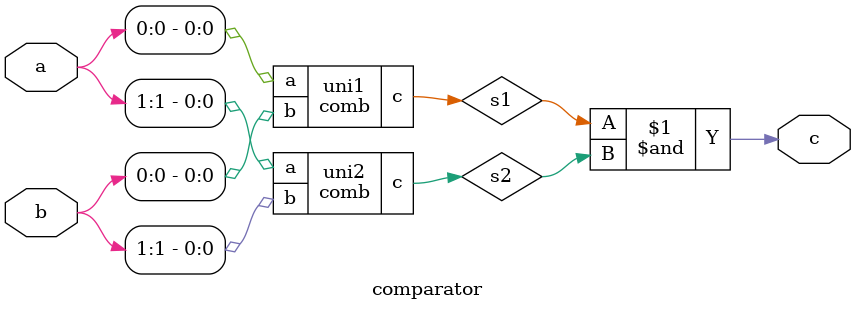
<source format=sv>
module comb (
    input a, b,
    output c
);
    logic s1, s2;
    assign s1 = a & b;
    assign s2 = ~a & ~b;
    assign c = s1 | s2;

endmodule
module comparator(
    input logic[1: 0] a, b,
    output logic c
);
    comb uni1 (.a(a[0]), .b(b[0]), .c(s1));
    comb uni2 (.a(a[1]), .b(b[1]), .c(s2));

    assign c = s1 & s2;
endmodule
</source>
